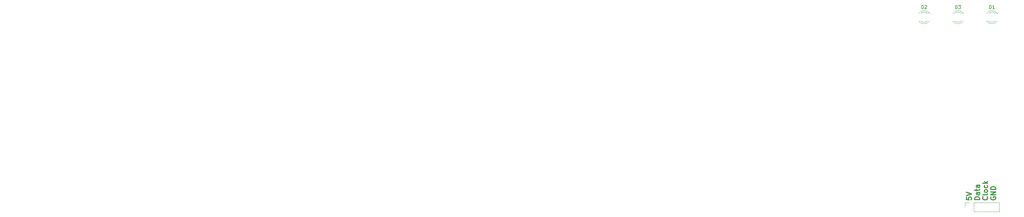
<source format=gto>
%TF.GenerationSoftware,KiCad,Pcbnew,(7.0.0-0)*%
%TF.CreationDate,2024-01-31T16:00:13-05:00*%
%TF.ProjectId,TKL,544b4c2e-6b69-4636-9164-5f7063625858,rev?*%
%TF.SameCoordinates,Original*%
%TF.FileFunction,Legend,Top*%
%TF.FilePolarity,Positive*%
%FSLAX46Y46*%
G04 Gerber Fmt 4.6, Leading zero omitted, Abs format (unit mm)*
G04 Created by KiCad (PCBNEW (7.0.0-0)) date 2024-01-31 16:00:13*
%MOMM*%
%LPD*%
G01*
G04 APERTURE LIST*
%ADD10C,0.300000*%
%ADD11C,0.150000*%
%ADD12C,0.120000*%
%ADD13C,1.750000*%
%ADD14C,3.987800*%
%ADD15C,6.000000*%
%ADD16R,1.700000X1.700000*%
%ADD17O,1.700000X1.700000*%
%ADD18R,1.800000X1.800000*%
%ADD19C,1.800000*%
%ADD20C,0.650000*%
%ADD21O,1.600000X1.000000*%
%ADD22O,2.100000X1.000000*%
G04 APERTURE END LIST*
D10*
X468131821Y-269043521D02*
X468131821Y-269757807D01*
X468131821Y-269757807D02*
X468846107Y-269829235D01*
X468846107Y-269829235D02*
X468774678Y-269757807D01*
X468774678Y-269757807D02*
X468703250Y-269614950D01*
X468703250Y-269614950D02*
X468703250Y-269257807D01*
X468703250Y-269257807D02*
X468774678Y-269114950D01*
X468774678Y-269114950D02*
X468846107Y-269043521D01*
X468846107Y-269043521D02*
X468988964Y-268972092D01*
X468988964Y-268972092D02*
X469346107Y-268972092D01*
X469346107Y-268972092D02*
X469488964Y-269043521D01*
X469488964Y-269043521D02*
X469560392Y-269114950D01*
X469560392Y-269114950D02*
X469631821Y-269257807D01*
X469631821Y-269257807D02*
X469631821Y-269614950D01*
X469631821Y-269614950D02*
X469560392Y-269757807D01*
X469560392Y-269757807D02*
X469488964Y-269829235D01*
X468131821Y-268543521D02*
X469631821Y-268043521D01*
X469631821Y-268043521D02*
X468131821Y-267543521D01*
X472061821Y-269757807D02*
X470561821Y-269757807D01*
X470561821Y-269757807D02*
X470561821Y-269400664D01*
X470561821Y-269400664D02*
X470633250Y-269186378D01*
X470633250Y-269186378D02*
X470776107Y-269043521D01*
X470776107Y-269043521D02*
X470918964Y-268972092D01*
X470918964Y-268972092D02*
X471204678Y-268900664D01*
X471204678Y-268900664D02*
X471418964Y-268900664D01*
X471418964Y-268900664D02*
X471704678Y-268972092D01*
X471704678Y-268972092D02*
X471847535Y-269043521D01*
X471847535Y-269043521D02*
X471990392Y-269186378D01*
X471990392Y-269186378D02*
X472061821Y-269400664D01*
X472061821Y-269400664D02*
X472061821Y-269757807D01*
X472061821Y-267614950D02*
X471276107Y-267614950D01*
X471276107Y-267614950D02*
X471133250Y-267686378D01*
X471133250Y-267686378D02*
X471061821Y-267829235D01*
X471061821Y-267829235D02*
X471061821Y-268114950D01*
X471061821Y-268114950D02*
X471133250Y-268257807D01*
X471990392Y-267614950D02*
X472061821Y-267757807D01*
X472061821Y-267757807D02*
X472061821Y-268114950D01*
X472061821Y-268114950D02*
X471990392Y-268257807D01*
X471990392Y-268257807D02*
X471847535Y-268329235D01*
X471847535Y-268329235D02*
X471704678Y-268329235D01*
X471704678Y-268329235D02*
X471561821Y-268257807D01*
X471561821Y-268257807D02*
X471490392Y-268114950D01*
X471490392Y-268114950D02*
X471490392Y-267757807D01*
X471490392Y-267757807D02*
X471418964Y-267614950D01*
X471061821Y-267114949D02*
X471061821Y-266543521D01*
X470561821Y-266900664D02*
X471847535Y-266900664D01*
X471847535Y-266900664D02*
X471990392Y-266829235D01*
X471990392Y-266829235D02*
X472061821Y-266686378D01*
X472061821Y-266686378D02*
X472061821Y-266543521D01*
X472061821Y-265400664D02*
X471276107Y-265400664D01*
X471276107Y-265400664D02*
X471133250Y-265472092D01*
X471133250Y-265472092D02*
X471061821Y-265614949D01*
X471061821Y-265614949D02*
X471061821Y-265900664D01*
X471061821Y-265900664D02*
X471133250Y-266043521D01*
X471990392Y-265400664D02*
X472061821Y-265543521D01*
X472061821Y-265543521D02*
X472061821Y-265900664D01*
X472061821Y-265900664D02*
X471990392Y-266043521D01*
X471990392Y-266043521D02*
X471847535Y-266114949D01*
X471847535Y-266114949D02*
X471704678Y-266114949D01*
X471704678Y-266114949D02*
X471561821Y-266043521D01*
X471561821Y-266043521D02*
X471490392Y-265900664D01*
X471490392Y-265900664D02*
X471490392Y-265543521D01*
X471490392Y-265543521D02*
X471418964Y-265400664D01*
X474348964Y-268900664D02*
X474420392Y-268972092D01*
X474420392Y-268972092D02*
X474491821Y-269186378D01*
X474491821Y-269186378D02*
X474491821Y-269329235D01*
X474491821Y-269329235D02*
X474420392Y-269543521D01*
X474420392Y-269543521D02*
X474277535Y-269686378D01*
X474277535Y-269686378D02*
X474134678Y-269757807D01*
X474134678Y-269757807D02*
X473848964Y-269829235D01*
X473848964Y-269829235D02*
X473634678Y-269829235D01*
X473634678Y-269829235D02*
X473348964Y-269757807D01*
X473348964Y-269757807D02*
X473206107Y-269686378D01*
X473206107Y-269686378D02*
X473063250Y-269543521D01*
X473063250Y-269543521D02*
X472991821Y-269329235D01*
X472991821Y-269329235D02*
X472991821Y-269186378D01*
X472991821Y-269186378D02*
X473063250Y-268972092D01*
X473063250Y-268972092D02*
X473134678Y-268900664D01*
X474491821Y-268043521D02*
X474420392Y-268186378D01*
X474420392Y-268186378D02*
X474277535Y-268257807D01*
X474277535Y-268257807D02*
X472991821Y-268257807D01*
X474491821Y-267257807D02*
X474420392Y-267400664D01*
X474420392Y-267400664D02*
X474348964Y-267472093D01*
X474348964Y-267472093D02*
X474206107Y-267543521D01*
X474206107Y-267543521D02*
X473777535Y-267543521D01*
X473777535Y-267543521D02*
X473634678Y-267472093D01*
X473634678Y-267472093D02*
X473563250Y-267400664D01*
X473563250Y-267400664D02*
X473491821Y-267257807D01*
X473491821Y-267257807D02*
X473491821Y-267043521D01*
X473491821Y-267043521D02*
X473563250Y-266900664D01*
X473563250Y-266900664D02*
X473634678Y-266829236D01*
X473634678Y-266829236D02*
X473777535Y-266757807D01*
X473777535Y-266757807D02*
X474206107Y-266757807D01*
X474206107Y-266757807D02*
X474348964Y-266829236D01*
X474348964Y-266829236D02*
X474420392Y-266900664D01*
X474420392Y-266900664D02*
X474491821Y-267043521D01*
X474491821Y-267043521D02*
X474491821Y-267257807D01*
X474420392Y-265472093D02*
X474491821Y-265614950D01*
X474491821Y-265614950D02*
X474491821Y-265900664D01*
X474491821Y-265900664D02*
X474420392Y-266043521D01*
X474420392Y-266043521D02*
X474348964Y-266114950D01*
X474348964Y-266114950D02*
X474206107Y-266186378D01*
X474206107Y-266186378D02*
X473777535Y-266186378D01*
X473777535Y-266186378D02*
X473634678Y-266114950D01*
X473634678Y-266114950D02*
X473563250Y-266043521D01*
X473563250Y-266043521D02*
X473491821Y-265900664D01*
X473491821Y-265900664D02*
X473491821Y-265614950D01*
X473491821Y-265614950D02*
X473563250Y-265472093D01*
X474491821Y-264829236D02*
X472991821Y-264829236D01*
X473920392Y-264686379D02*
X474491821Y-264257807D01*
X473491821Y-264257807D02*
X474063250Y-264829236D01*
X475493250Y-268972092D02*
X475421821Y-269114950D01*
X475421821Y-269114950D02*
X475421821Y-269329235D01*
X475421821Y-269329235D02*
X475493250Y-269543521D01*
X475493250Y-269543521D02*
X475636107Y-269686378D01*
X475636107Y-269686378D02*
X475778964Y-269757807D01*
X475778964Y-269757807D02*
X476064678Y-269829235D01*
X476064678Y-269829235D02*
X476278964Y-269829235D01*
X476278964Y-269829235D02*
X476564678Y-269757807D01*
X476564678Y-269757807D02*
X476707535Y-269686378D01*
X476707535Y-269686378D02*
X476850392Y-269543521D01*
X476850392Y-269543521D02*
X476921821Y-269329235D01*
X476921821Y-269329235D02*
X476921821Y-269186378D01*
X476921821Y-269186378D02*
X476850392Y-268972092D01*
X476850392Y-268972092D02*
X476778964Y-268900664D01*
X476778964Y-268900664D02*
X476278964Y-268900664D01*
X476278964Y-268900664D02*
X476278964Y-269186378D01*
X476921821Y-268257807D02*
X475421821Y-268257807D01*
X475421821Y-268257807D02*
X476921821Y-267400664D01*
X476921821Y-267400664D02*
X475421821Y-267400664D01*
X476921821Y-266686378D02*
X475421821Y-266686378D01*
X475421821Y-266686378D02*
X475421821Y-266329235D01*
X475421821Y-266329235D02*
X475493250Y-266114949D01*
X475493250Y-266114949D02*
X475636107Y-265972092D01*
X475636107Y-265972092D02*
X475778964Y-265900663D01*
X475778964Y-265900663D02*
X476064678Y-265829235D01*
X476064678Y-265829235D02*
X476278964Y-265829235D01*
X476278964Y-265829235D02*
X476564678Y-265900663D01*
X476564678Y-265900663D02*
X476707535Y-265972092D01*
X476707535Y-265972092D02*
X476850392Y-266114949D01*
X476850392Y-266114949D02*
X476921821Y-266329235D01*
X476921821Y-266329235D02*
X476921821Y-266686378D01*
D11*
X277514345Y-244002830D02*
X277514345Y-243002830D01*
X277514345Y-243479021D02*
X278085773Y-243479021D01*
X278085773Y-244002830D02*
X278085773Y-243002830D01*
X278514345Y-243098069D02*
X278561964Y-243050450D01*
X278561964Y-243050450D02*
X278657202Y-243002830D01*
X278657202Y-243002830D02*
X278895297Y-243002830D01*
X278895297Y-243002830D02*
X278990535Y-243050450D01*
X278990535Y-243050450D02*
X279038154Y-243098069D01*
X279038154Y-243098069D02*
X279085773Y-243193307D01*
X279085773Y-243193307D02*
X279085773Y-243288545D01*
X279085773Y-243288545D02*
X279038154Y-243431402D01*
X279038154Y-243431402D02*
X278466726Y-244002830D01*
X278466726Y-244002830D02*
X279085773Y-244002830D01*
X473900595Y-244796580D02*
X473900595Y-243796580D01*
X473900595Y-244272771D02*
X474472023Y-244272771D01*
X474472023Y-244796580D02*
X474472023Y-243796580D01*
X475424404Y-243796580D02*
X474948214Y-243796580D01*
X474948214Y-243796580D02*
X474900595Y-244272771D01*
X474900595Y-244272771D02*
X474948214Y-244225152D01*
X474948214Y-244225152D02*
X475043452Y-244177533D01*
X475043452Y-244177533D02*
X475281547Y-244177533D01*
X475281547Y-244177533D02*
X475376785Y-244225152D01*
X475376785Y-244225152D02*
X475424404Y-244272771D01*
X475424404Y-244272771D02*
X475472023Y-244368009D01*
X475472023Y-244368009D02*
X475472023Y-244606104D01*
X475472023Y-244606104D02*
X475424404Y-244701342D01*
X475424404Y-244701342D02*
X475376785Y-244748961D01*
X475376785Y-244748961D02*
X475281547Y-244796580D01*
X475281547Y-244796580D02*
X475043452Y-244796580D01*
X475043452Y-244796580D02*
X474948214Y-244748961D01*
X474948214Y-244748961D02*
X474900595Y-244701342D01*
X185769345Y-244002830D02*
X185769345Y-243002830D01*
X185769345Y-243479021D02*
X186340773Y-243479021D01*
X186340773Y-244002830D02*
X186340773Y-243002830D01*
X187340773Y-244002830D02*
X186769345Y-244002830D01*
X187055059Y-244002830D02*
X187055059Y-243002830D01*
X187055059Y-243002830D02*
X186959821Y-243145688D01*
X186959821Y-243145688D02*
X186864583Y-243240926D01*
X186864583Y-243240926D02*
X186769345Y-243288545D01*
X464870655Y-212277330D02*
X464870655Y-211277330D01*
X464870655Y-211277330D02*
X465108750Y-211277330D01*
X465108750Y-211277330D02*
X465251607Y-211324950D01*
X465251607Y-211324950D02*
X465346845Y-211420188D01*
X465346845Y-211420188D02*
X465394464Y-211515426D01*
X465394464Y-211515426D02*
X465442083Y-211705902D01*
X465442083Y-211705902D02*
X465442083Y-211848759D01*
X465442083Y-211848759D02*
X465394464Y-212039235D01*
X465394464Y-212039235D02*
X465346845Y-212134473D01*
X465346845Y-212134473D02*
X465251607Y-212229711D01*
X465251607Y-212229711D02*
X465108750Y-212277330D01*
X465108750Y-212277330D02*
X464870655Y-212277330D01*
X465775417Y-211277330D02*
X466394464Y-211277330D01*
X466394464Y-211277330D02*
X466061131Y-211658283D01*
X466061131Y-211658283D02*
X466203988Y-211658283D01*
X466203988Y-211658283D02*
X466299226Y-211705902D01*
X466299226Y-211705902D02*
X466346845Y-211753521D01*
X466346845Y-211753521D02*
X466394464Y-211848759D01*
X466394464Y-211848759D02*
X466394464Y-212086854D01*
X466394464Y-212086854D02*
X466346845Y-212182092D01*
X466346845Y-212182092D02*
X466299226Y-212229711D01*
X466299226Y-212229711D02*
X466203988Y-212277330D01*
X466203988Y-212277330D02*
X465918274Y-212277330D01*
X465918274Y-212277330D02*
X465823036Y-212229711D01*
X465823036Y-212229711D02*
X465775417Y-212182092D01*
X475030655Y-212277330D02*
X475030655Y-211277330D01*
X475030655Y-211277330D02*
X475268750Y-211277330D01*
X475268750Y-211277330D02*
X475411607Y-211324950D01*
X475411607Y-211324950D02*
X475506845Y-211420188D01*
X475506845Y-211420188D02*
X475554464Y-211515426D01*
X475554464Y-211515426D02*
X475602083Y-211705902D01*
X475602083Y-211705902D02*
X475602083Y-211848759D01*
X475602083Y-211848759D02*
X475554464Y-212039235D01*
X475554464Y-212039235D02*
X475506845Y-212134473D01*
X475506845Y-212134473D02*
X475411607Y-212229711D01*
X475411607Y-212229711D02*
X475268750Y-212277330D01*
X475268750Y-212277330D02*
X475030655Y-212277330D01*
X476554464Y-212277330D02*
X475983036Y-212277330D01*
X476268750Y-212277330D02*
X476268750Y-211277330D01*
X476268750Y-211277330D02*
X476173512Y-211420188D01*
X476173512Y-211420188D02*
X476078274Y-211515426D01*
X476078274Y-211515426D02*
X475983036Y-211563045D01*
X368274345Y-244002830D02*
X368274345Y-243002830D01*
X368274345Y-243479021D02*
X368845773Y-243479021D01*
X368845773Y-244002830D02*
X368845773Y-243002830D01*
X369226726Y-243002830D02*
X369845773Y-243002830D01*
X369845773Y-243002830D02*
X369512440Y-243383783D01*
X369512440Y-243383783D02*
X369655297Y-243383783D01*
X369655297Y-243383783D02*
X369750535Y-243431402D01*
X369750535Y-243431402D02*
X369798154Y-243479021D01*
X369798154Y-243479021D02*
X369845773Y-243574259D01*
X369845773Y-243574259D02*
X369845773Y-243812354D01*
X369845773Y-243812354D02*
X369798154Y-243907592D01*
X369798154Y-243907592D02*
X369750535Y-243955211D01*
X369750535Y-243955211D02*
X369655297Y-244002830D01*
X369655297Y-244002830D02*
X369369583Y-244002830D01*
X369369583Y-244002830D02*
X369274345Y-243955211D01*
X369274345Y-243955211D02*
X369226726Y-243907592D01*
X458819345Y-244796580D02*
X458819345Y-243796580D01*
X458819345Y-244272771D02*
X459390773Y-244272771D01*
X459390773Y-244796580D02*
X459390773Y-243796580D01*
X460295535Y-244129914D02*
X460295535Y-244796580D01*
X460057440Y-243748961D02*
X459819345Y-244463247D01*
X459819345Y-244463247D02*
X460438392Y-244463247D01*
X454710655Y-212277330D02*
X454710655Y-211277330D01*
X454710655Y-211277330D02*
X454948750Y-211277330D01*
X454948750Y-211277330D02*
X455091607Y-211324950D01*
X455091607Y-211324950D02*
X455186845Y-211420188D01*
X455186845Y-211420188D02*
X455234464Y-211515426D01*
X455234464Y-211515426D02*
X455282083Y-211705902D01*
X455282083Y-211705902D02*
X455282083Y-211848759D01*
X455282083Y-211848759D02*
X455234464Y-212039235D01*
X455234464Y-212039235D02*
X455186845Y-212134473D01*
X455186845Y-212134473D02*
X455091607Y-212229711D01*
X455091607Y-212229711D02*
X454948750Y-212277330D01*
X454948750Y-212277330D02*
X454710655Y-212277330D01*
X455663036Y-211372569D02*
X455710655Y-211324950D01*
X455710655Y-211324950D02*
X455805893Y-211277330D01*
X455805893Y-211277330D02*
X456043988Y-211277330D01*
X456043988Y-211277330D02*
X456139226Y-211324950D01*
X456139226Y-211324950D02*
X456186845Y-211372569D01*
X456186845Y-211372569D02*
X456234464Y-211467807D01*
X456234464Y-211467807D02*
X456234464Y-211563045D01*
X456234464Y-211563045D02*
X456186845Y-211705902D01*
X456186845Y-211705902D02*
X455615417Y-212277330D01*
X455615417Y-212277330D02*
X456234464Y-212277330D01*
D12*
X470312750Y-273349950D02*
X477992750Y-273349950D01*
X470312750Y-273349950D02*
X470312750Y-270689950D01*
X477992750Y-273349950D02*
X477992750Y-270689950D01*
X467712750Y-272019950D02*
X467712750Y-270689950D01*
X467712750Y-270689950D02*
X469042750Y-270689950D01*
X470312750Y-270689950D02*
X477992750Y-270689950D01*
X464048750Y-213633950D02*
X464048750Y-213789950D01*
X464048750Y-215949950D02*
X464048750Y-216105950D01*
X467281084Y-213791342D02*
G75*
G03*
X464048751Y-213634435I-1672334J-1078608D01*
G01*
X466649879Y-213790114D02*
G75*
G03*
X464567790Y-213789951I-1041129J-1079836D01*
G01*
X464567790Y-215949949D02*
G75*
G03*
X466649879Y-215949786I1040960J1079999D01*
G01*
X464048751Y-216105465D02*
G75*
G03*
X467281084Y-215948558I1559999J1235515D01*
G01*
X474208750Y-213633950D02*
X474208750Y-213789950D01*
X474208750Y-215949950D02*
X474208750Y-216105950D01*
X477441084Y-213791342D02*
G75*
G03*
X474208751Y-213634435I-1672334J-1078608D01*
G01*
X476809879Y-213790114D02*
G75*
G03*
X474727790Y-213789951I-1041129J-1079836D01*
G01*
X474727790Y-215949949D02*
G75*
G03*
X476809879Y-215949786I1040960J1079999D01*
G01*
X474208751Y-216105465D02*
G75*
G03*
X477441084Y-215948558I1559999J1235515D01*
G01*
X453888750Y-213633950D02*
X453888750Y-213789950D01*
X453888750Y-215949950D02*
X453888750Y-216105950D01*
X457121084Y-213791342D02*
G75*
G03*
X453888751Y-213634435I-1672334J-1078608D01*
G01*
X456489879Y-213790114D02*
G75*
G03*
X454407790Y-213789951I-1041129J-1079836D01*
G01*
X454407790Y-215949949D02*
G75*
G03*
X456489879Y-215949786I1040960J1079999D01*
G01*
X453888751Y-216105465D02*
G75*
G03*
X457121084Y-215948558I1559999J1235515D01*
G01*
%LPC*%
D13*
X344963750Y-283322950D03*
D14*
X350043750Y-283322950D03*
D13*
X355123750Y-283322950D03*
X225901250Y-321422950D03*
D14*
X230981250Y-321422950D03*
D13*
X236061250Y-321422950D03*
X364013750Y-226172950D03*
D14*
X369093750Y-226172950D03*
D13*
X374173750Y-226172950D03*
X183038750Y-207122950D03*
D14*
X188118750Y-207122950D03*
D13*
X193198750Y-207122950D03*
X354488750Y-264272950D03*
D14*
X359568750Y-264272950D03*
D13*
X364648750Y-264272950D03*
X383063750Y-283322950D03*
D14*
X388143750Y-283322950D03*
D13*
X393223750Y-283322950D03*
X459263750Y-326185450D03*
D14*
X464343750Y-326185450D03*
D13*
X469423750Y-326185450D03*
X402113750Y-340518750D03*
D14*
X407193750Y-340518750D03*
D13*
X412273750Y-340518750D03*
D14*
X419100000Y-329677950D03*
X442912500Y-329677950D03*
D13*
X278288750Y-226172950D03*
D14*
X283368750Y-226172950D03*
D13*
X288448750Y-226172950D03*
X211613750Y-283322950D03*
D14*
X216693750Y-283322950D03*
D13*
X221773750Y-283322950D03*
D15*
X278276250Y-243401700D03*
D13*
X444976250Y-283322950D03*
D14*
X450056250Y-283322950D03*
D13*
X455136250Y-283322950D03*
X402113750Y-226172950D03*
D14*
X407193750Y-226172950D03*
D13*
X412273750Y-226172950D03*
X368776250Y-302372950D03*
D14*
X373856250Y-302372950D03*
D13*
X378936250Y-302372950D03*
D14*
X541813750Y-223791700D03*
X541813750Y-247604200D03*
D13*
X230663750Y-283322950D03*
D14*
X235743750Y-283322950D03*
D13*
X240823750Y-283322950D03*
X240188750Y-207122950D03*
D14*
X245268750Y-207122950D03*
D13*
X250348750Y-207122950D03*
X487838750Y-226172950D03*
D14*
X492918750Y-226172950D03*
D13*
X497998750Y-226172950D03*
X249713750Y-283322950D03*
D14*
X254793750Y-283322950D03*
D13*
X259873750Y-283322950D03*
D15*
X474662500Y-244429200D03*
D13*
X544988750Y-273797950D03*
D14*
X550068750Y-273797950D03*
D13*
X555148750Y-273797950D03*
X259238750Y-226172950D03*
D14*
X264318750Y-226172950D03*
D13*
X269398750Y-226172950D03*
X287813750Y-283322950D03*
D14*
X292893750Y-283322950D03*
D13*
X297973750Y-283322950D03*
X421163750Y-283322950D03*
D14*
X426243750Y-283322950D03*
D13*
X431323750Y-283322950D03*
X487838750Y-207122950D03*
D14*
X492918750Y-207122950D03*
D13*
X497998750Y-207122950D03*
X430688750Y-207122950D03*
D14*
X435768750Y-207122950D03*
D13*
X440848750Y-207122950D03*
X459263750Y-345235450D03*
D14*
X464343750Y-345235450D03*
D13*
X469423750Y-345235450D03*
X411638750Y-264272950D03*
D14*
X416718750Y-264272950D03*
D13*
X421798750Y-264272950D03*
X240188750Y-264272950D03*
D14*
X245268750Y-264272950D03*
D13*
X250348750Y-264272950D03*
X440213750Y-345235450D03*
D14*
X445293750Y-345235450D03*
D13*
X450373750Y-345235450D03*
X487838750Y-264272950D03*
D14*
X492918750Y-264272950D03*
D13*
X497998750Y-264272950D03*
X497363750Y-283322950D03*
D14*
X502443750Y-283322950D03*
D13*
X507523750Y-283322950D03*
X392588750Y-264272950D03*
D14*
X397668750Y-264272950D03*
D13*
X402748750Y-264272950D03*
X364013750Y-207122950D03*
D14*
X369093750Y-207122950D03*
D13*
X374173750Y-207122950D03*
X544988750Y-235697950D03*
D14*
X550068750Y-235697950D03*
D13*
X555148750Y-235697950D03*
D14*
X433387500Y-272527950D03*
X457200000Y-272527950D03*
D13*
X330676250Y-302372950D03*
D14*
X335756250Y-302372950D03*
D13*
X340836250Y-302372950D03*
X292576250Y-302372950D03*
D14*
X297656250Y-302372950D03*
D13*
X302736250Y-302372950D03*
X273526250Y-302372950D03*
D14*
X278606250Y-302372950D03*
D13*
X283686250Y-302372950D03*
X506888750Y-264272950D03*
D14*
X511968750Y-264272950D03*
D13*
X517048750Y-264272950D03*
D14*
X541813750Y-261891700D03*
X541813750Y-285704200D03*
D13*
X216376250Y-302372950D03*
D14*
X221456250Y-302372950D03*
D13*
X226536250Y-302372950D03*
X297338750Y-340518750D03*
D14*
X302418750Y-340518750D03*
D13*
X307498750Y-340518750D03*
X278288750Y-264272950D03*
D14*
X283368750Y-264272950D03*
D13*
X288448750Y-264272950D03*
X185420000Y-321422950D03*
D14*
X190500000Y-321422950D03*
D13*
X195580000Y-321422950D03*
X221138750Y-264272950D03*
D14*
X226218750Y-264272950D03*
D13*
X231298750Y-264272950D03*
X202088750Y-264272950D03*
D14*
X207168750Y-264272950D03*
D13*
X212248750Y-264272950D03*
X316388750Y-226172950D03*
D14*
X321468750Y-226172950D03*
D13*
X326548750Y-226172950D03*
X364013750Y-283322950D03*
D14*
X369093750Y-283322950D03*
D13*
X374173750Y-283322950D03*
X383063750Y-226172950D03*
D14*
X388143750Y-226172950D03*
D13*
X393223750Y-226172950D03*
X235426250Y-302372950D03*
D14*
X240506250Y-302372950D03*
D13*
X245586250Y-302372950D03*
X216376250Y-340518750D03*
D14*
X221456250Y-340518750D03*
D13*
X226536250Y-340518750D03*
X187801250Y-340472950D03*
D14*
X192881250Y-340472950D03*
D13*
X197961250Y-340472950D03*
X316388750Y-264272950D03*
D14*
X321468750Y-264272950D03*
D13*
X326548750Y-264272950D03*
D15*
X186531250Y-243635450D03*
D13*
X525938750Y-283322950D03*
D14*
X531018750Y-283322950D03*
D13*
X536098750Y-283322950D03*
X259238750Y-207122950D03*
D14*
X264318750Y-207122950D03*
D13*
X269398750Y-207122950D03*
X506888750Y-226172950D03*
D14*
X511968750Y-226172950D03*
D13*
X517048750Y-226172950D03*
X221138750Y-226172950D03*
D14*
X226218750Y-226172950D03*
D13*
X231298750Y-226172950D03*
X268763750Y-283322950D03*
D14*
X273843750Y-283322950D03*
D13*
X278923750Y-283322950D03*
X440213750Y-264272950D03*
D14*
X445293750Y-264272950D03*
D13*
X450373750Y-264272950D03*
X240188750Y-226172950D03*
D14*
X245268750Y-226172950D03*
D13*
X250348750Y-226172950D03*
X221138750Y-207122950D03*
D14*
X226218750Y-207122950D03*
D13*
X231298750Y-207122950D03*
X387826250Y-302372950D03*
D14*
X392906250Y-302372950D03*
D13*
X397986250Y-302372950D03*
X297338750Y-207122950D03*
D14*
X302418750Y-207122950D03*
D13*
X307498750Y-207122950D03*
X183038750Y-264272950D03*
D14*
X188118750Y-264272950D03*
D13*
X193198750Y-264272950D03*
X283051250Y-321422950D03*
D14*
X288131250Y-321422950D03*
D13*
X293211250Y-321422950D03*
X244951250Y-321422950D03*
D14*
X250031250Y-321422950D03*
D13*
X255111250Y-321422950D03*
X359251250Y-321422950D03*
D14*
X364331250Y-321422950D03*
D13*
X369411250Y-321422950D03*
D16*
X469042749Y-272019949D03*
D17*
X471582749Y-272019949D03*
X474122749Y-272019949D03*
X476662749Y-272019949D03*
D13*
X506888750Y-207122950D03*
D14*
X511968750Y-207122950D03*
D13*
X517048750Y-207122950D03*
X316388750Y-207122950D03*
D14*
X321468750Y-207122950D03*
D13*
X326548750Y-207122950D03*
X344963750Y-207122950D03*
D14*
X350043750Y-207122950D03*
D13*
X355123750Y-207122950D03*
X349726250Y-302372950D03*
D14*
X354806250Y-302372950D03*
D13*
X359886250Y-302372950D03*
X544988750Y-207122950D03*
D14*
X550068750Y-207122950D03*
D13*
X555148750Y-207122950D03*
X383063750Y-207122950D03*
D14*
X388143750Y-207122950D03*
D13*
X393223750Y-207122950D03*
X437832500Y-302372950D03*
D14*
X442912500Y-302372950D03*
D13*
X447992500Y-302372950D03*
X525938750Y-207122950D03*
D14*
X531018750Y-207122950D03*
D13*
X536098750Y-207122950D03*
X297338750Y-226172950D03*
D14*
X302418750Y-226172950D03*
D13*
X307498750Y-226172950D03*
X506888750Y-245222950D03*
D14*
X511968750Y-245222950D03*
D13*
X517048750Y-245222950D03*
X402113750Y-207122950D03*
D14*
X407193750Y-207122950D03*
D13*
X412273750Y-207122950D03*
D14*
X359568750Y-332263750D03*
X245268750Y-332263750D03*
D18*
X464338749Y-214869949D03*
D19*
X466878750Y-214869950D03*
D18*
X474498749Y-214869949D03*
D19*
X477038750Y-214869950D03*
D13*
X321151250Y-321422950D03*
D14*
X326231250Y-321422950D03*
D13*
X331311250Y-321422950D03*
X297338750Y-264272950D03*
D14*
X302418750Y-264272950D03*
D13*
X307498750Y-264272950D03*
X487838750Y-245222950D03*
D14*
X492918750Y-245222950D03*
D13*
X497998750Y-245222950D03*
X406876250Y-302372950D03*
D14*
X411956250Y-302372950D03*
D13*
X417036250Y-302372950D03*
X478313750Y-345235450D03*
D14*
X483393750Y-345235450D03*
D13*
X488473750Y-345235450D03*
D15*
X369036250Y-243551700D03*
D13*
X325913750Y-283322950D03*
D14*
X330993750Y-283322950D03*
D13*
X336073750Y-283322950D03*
X311626250Y-302372950D03*
D14*
X316706250Y-302372950D03*
D13*
X321786250Y-302372950D03*
X344963750Y-226172950D03*
D14*
X350043750Y-226172950D03*
D13*
X355123750Y-226172950D03*
D15*
X459581250Y-244429200D03*
D13*
X378301250Y-321422950D03*
D14*
X383381250Y-321422950D03*
D13*
X388461250Y-321422950D03*
X254476250Y-302372950D03*
D14*
X259556250Y-302372950D03*
D13*
X264636250Y-302372950D03*
X373538750Y-264272950D03*
D14*
X378618750Y-264272950D03*
D13*
X383698750Y-264272950D03*
X525938750Y-245222950D03*
D14*
X531018750Y-245222950D03*
D13*
X536098750Y-245222950D03*
X425926250Y-321422950D03*
D14*
X431006250Y-321422950D03*
D13*
X436086250Y-321422950D03*
X206851250Y-321422950D03*
D14*
X211931250Y-321422950D03*
D13*
X217011250Y-321422950D03*
X278288750Y-207122950D03*
D14*
X283368750Y-207122950D03*
D13*
X288448750Y-207122950D03*
X194945000Y-321422950D03*
D14*
X200025000Y-321422950D03*
D13*
X205105000Y-321422950D03*
X378301250Y-340518750D03*
D14*
X383381250Y-340518750D03*
D13*
X388461250Y-340518750D03*
D18*
X454178749Y-214869949D03*
D19*
X456718750Y-214869950D03*
D13*
X302101250Y-321422950D03*
D14*
X307181250Y-321422950D03*
D13*
X312261250Y-321422950D03*
X525938750Y-264272950D03*
D14*
X531018750Y-264272950D03*
D13*
X536098750Y-264272950D03*
X402113750Y-283322950D03*
D14*
X407193750Y-283322950D03*
D13*
X412273750Y-283322950D03*
D14*
X514350000Y-275067950D03*
X490537500Y-275067950D03*
D13*
X187801250Y-283322950D03*
D14*
X192881250Y-283322950D03*
D13*
X197961250Y-283322950D03*
X259238750Y-264272950D03*
D14*
X264318750Y-264272950D03*
D13*
X269398750Y-264272950D03*
X190182500Y-302372950D03*
D14*
X195262500Y-302372950D03*
D13*
X200342500Y-302372950D03*
X340201250Y-321422950D03*
D14*
X345281250Y-321422950D03*
D13*
X350361250Y-321422950D03*
D14*
X188118750Y-329677950D03*
X211931250Y-329677950D03*
D13*
X397351250Y-321422950D03*
D14*
X402431250Y-321422950D03*
D13*
X407511250Y-321422950D03*
X306863750Y-283322950D03*
D14*
X311943750Y-283322950D03*
D13*
X317023750Y-283322950D03*
X335438750Y-264272950D03*
D14*
X340518750Y-264272950D03*
D13*
X345598750Y-264272950D03*
D14*
X454818750Y-294117950D03*
X431006250Y-294117950D03*
D13*
X185420000Y-302372950D03*
D14*
X190500000Y-302372950D03*
D13*
X195580000Y-302372950D03*
X525938750Y-226172950D03*
D14*
X531018750Y-226172950D03*
D13*
X536098750Y-226172950D03*
X264001250Y-321422950D03*
D14*
X269081250Y-321422950D03*
D13*
X274161250Y-321422950D03*
D20*
X423987500Y-228650574D03*
X423987500Y-234430574D03*
D21*
X427637499Y-227220573D03*
D22*
X423457499Y-227220573D03*
D21*
X427637499Y-235860573D03*
D22*
X423457499Y-235860573D03*
M02*

</source>
